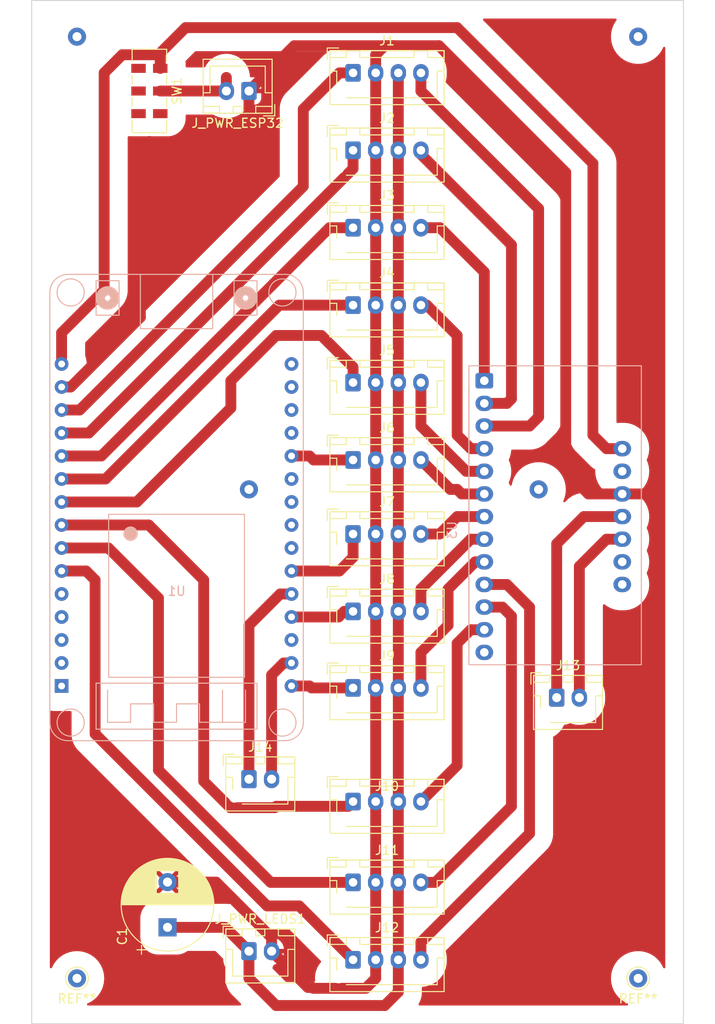
<source format=kicad_pcb>
(kicad_pcb (version 20211014) (generator pcbnew)
  (layers (0 "F.Cu" signal) (31 "B.Cu" signal) (34 "B.Paste" user) (35 "F.Paste" user) (36 "B.SilkS" user "B.Silkscreen") (37 "F.SilkS" user "F.Silkscreen") (38 "B.Mask" user) (39 "F.Mask" user) (44 "Edge.Cuts" user))
  (net 0 "")
  (net 5 "/LED_P3")
  (net 7 "/LED_P4")
  (net 8 "Net-(J_PWR_ESP32-Pad2)")
  (net 11 "+5V")
  (net 12 "GND")
  (net 13 "VCC")
  (net 23 "/SCL")
  (net 24 "/LED_P32")
  (net 25 "/LED_P33")
  (net 26 "/LED_P25")
  (net 27 "/LED_P26")
  (net 28 "/LED_P27")
  (net 29 "/LED_P14")
  (net 30 "/LED_P12")
  (net 31 "/LED_P13")
  (net 32 "/LED_P19")
  (net 33 "/SDA")
  (net 34 "/LED_P23")
  (net 38 "/TOUCH1")
  (net 39 "/TOUCH2")
  (net 40 "/TOUCH3")
  (net 41 "/TOUCH4")
  (net 42 "/TOUCH5")
  (net 43 "/TOUCH6")
  (net 44 "/TOUCH7")
  (net 45 "/TOUCH8")
  (net 46 "/TOUCH9")
  (net 47 "/TOUCH10")
  (net 48 "/TOUCH11")
  (net 49 "/TOUCH12")
  (footprint "Connector_Pin:Pin_D1.0mm_L10.0mm" (layer "F.Cu") (at 67.5 165.14)
    (fp_text reference "REF**" (at 0 2.25) (layer "F.SilkS"))
    (fp_text value "Pin_D1.0mm_L10.0mm")
    (pad "1" thru_hole circle (at 0 0) (size 2 2) (drill 1) (layers *.Cu *.Mask))
  )
  (footprint "Connector_JST:JST_XH_B4B-XH-AM_1x04_P2.50mm_Vertical" (layer "F.Cu") (at 98 133.065)
    (fp_text reference "J9" (at 3.75 -3.55) (layer "F.SilkS"))
    (fp_text value "Conn_01x04_Male")
    (pad "" np_thru_hole circle (at -1.6 2) (size 1.2 1.2) (drill 1.2) (layers *.Cu *.Mask))
    (pad "1" thru_hole roundrect (at 0 0) (size 1.7 1.95) (drill 0.95) (layers *.Cu *.Mask) (roundrect_rratio 0.1470588235) (net 34 "/LED_P23"))
    (pad "2" thru_hole oval (at 2.5 0) (size 1.7 1.95) (drill 0.95) (layers *.Cu *.Mask) (net 12 "GND"))
    (pad "3" thru_hole oval (at 5 0) (size 1.7 1.95) (drill 0.95) (layers *.Cu *.Mask) (net 11 "+5V"))
    (pad "4" thru_hole oval (at 7.5 0) (size 1.7 1.95) (drill 0.95) (layers *.Cu *.Mask) (net 46 "/TOUCH9"))
  )
  (footprint "Connector_JST:JST_XH_B4B-XH-AM_1x04_P2.50mm_Vertical" (layer "F.Cu") (at 98 116.065)
    (fp_text reference "J7" (at 3.75 -3.55) (layer "F.SilkS"))
    (fp_text value "Conn_01x04_Male")
    (pad "" np_thru_hole circle (at -1.6 2) (size 1.2 1.2) (drill 1.2) (layers *.Cu *.Mask))
    (pad "1" thru_hole roundrect (at 0 0) (size 1.7 1.95) (drill 0.95) (layers *.Cu *.Mask) (roundrect_rratio 0.1470588235) (net 32 "/LED_P19"))
    (pad "2" thru_hole oval (at 2.5 0) (size 1.7 1.95) (drill 0.95) (layers *.Cu *.Mask) (net 12 "GND"))
    (pad "3" thru_hole oval (at 5 0) (size 1.7 1.95) (drill 0.95) (layers *.Cu *.Mask) (net 11 "+5V"))
    (pad "4" thru_hole oval (at 7.5 0) (size 1.7 1.95) (drill 0.95) (layers *.Cu *.Mask) (net 44 "/TOUCH7"))
  )
  (footprint "Connector_JST:JST_XH_B2B-XH-AM_1x02_P2.50mm_Vertical" (layer "F.Cu") (at 120.5 134.14)
    (fp_text reference "J13" (at 1.25 -3.55) (layer "F.SilkS"))
    (fp_text value "SDA_SCL_BRIDGE")
    (pad "" np_thru_hole circle (at -1.6 2) (size 1.2 1.2) (drill 1.2) (layers *.Cu *.Mask))
    (pad "1" thru_hole roundrect (at 0 0) (size 1.7 2) (drill 1) (layers *.Cu *.Mask) (roundrect_rratio 0.1470588235) (net 33 "/SDA"))
    (pad "2" thru_hole oval (at 2.5 0) (size 1.7 2) (drill 1) (layers *.Cu *.Mask) (net 23 "/SCL"))
  )
  (footprint "Connector_JST:JST_XH_B4B-XH-AM_1x04_P2.50mm_Vertical" (layer "F.Cu") (at 98 65.14)
    (fp_text reference "J1" (at 3.75 -3.55) (layer "F.SilkS"))
    (fp_text value "Conn_01x04_Male")
    (pad "" np_thru_hole circle (at -1.6 2) (size 1.2 1.2) (drill 1.2) (layers *.Cu *.Mask))
    (pad "1" thru_hole roundrect (at 0 0) (size 1.7 1.95) (drill 0.95) (layers *.Cu *.Mask) (roundrect_rratio 0.1470588235) (net 31 "/LED_P13"))
    (pad "2" thru_hole oval (at 2.5 0) (size 1.7 1.95) (drill 0.95) (layers *.Cu *.Mask) (net 12 "GND"))
    (pad "3" thru_hole oval (at 5 0) (size 1.7 1.95) (drill 0.95) (layers *.Cu *.Mask) (net 11 "+5V"))
    (pad "4" thru_hole oval (at 7.5 0) (size 1.7 1.95) (drill 0.95) (layers *.Cu *.Mask) (net 40 "/TOUCH3"))
  )
  (footprint "Connector_JST:JST_XH_B4B-XH-AM_1x04_P2.50mm_Vertical" (layer "F.Cu") (at 98 73.69)
    (fp_text reference "J2" (at 3.75 -3.55) (layer "F.SilkS"))
    (fp_text value "Conn_01x04_Male")
    (pad "" np_thru_hole circle (at -1.6 2) (size 1.2 1.2) (drill 1.2) (layers *.Cu *.Mask))
    (pad "1" thru_hole roundrect (at 0 0) (size 1.7 1.95) (drill 0.95) (layers *.Cu *.Mask) (roundrect_rratio 0.1470588235) (net 30 "/LED_P12"))
    (pad "2" thru_hole oval (at 2.5 0) (size 1.7 1.95) (drill 0.95) (layers *.Cu *.Mask) (net 12 "GND"))
    (pad "3" thru_hole oval (at 5 0) (size 1.7 1.95) (drill 0.95) (layers *.Cu *.Mask) (net 11 "+5V"))
    (pad "4" thru_hole oval (at 7.5 0) (size 1.7 1.95) (drill 0.95) (layers *.Cu *.Mask) (net 39 "/TOUCH2"))
  )
  (footprint "" (layer "F.Cu") (at 86.5 111.14)
    (fp_text reference "" (at 0 0) (layer "F.SilkS") (effects (font (size 1.27 1.27))))
    (fp_text value "" (at 0 0) (layer "F.SilkS") (effects (font (size 1.27 1.27))))
    (pad "1" thru_hole circle (at 0 0) (size 2 2) (drill 1) (layers *.Cu *.Mask))
  )
  (footprint "Button_Switch_SMD:SW_DPDT_CK_JS202011JCQN" (layer "F.Cu") (at 75.5 67.14 -90)
    (fp_text reference "SW1" (at 0 -3.05 90) (layer "F.SilkS"))
    (fp_text value "SW_SPDT")
    (pad "1" smd rect (at -2.5 -1.2 270) (size 1 1.6) (layers "F.Cu" "F.Paste" "F.Mask") (net 13 "VCC"))
    (pad "2" smd rect (at 0 -1.2 270) (size 1 1.6) (layers "F.Cu" "F.Paste" "F.Mask") (net 8 "Net-(J_PWR_ESP32-Pad2)"))
    (pad "3" smd rect (at 2.5 -1.2 270) (size 1 1.6) (layers "F.Cu" "F.Paste" "F.Mask"))
    (pad "4" smd rect (at -2.5 1.2 270) (size 1 1.6) (layers "F.Cu" "F.Paste" "F.Mask"))
    (pad "5" smd rect (at 0 1.2 270) (size 1 1.6) (layers "F.Cu" "F.Paste" "F.Mask"))
    (pad "6" smd rect (at 2.5 1.2 270) (size 1 1.6) (layers "F.Cu" "F.Paste" "F.Mask"))
  )
  (footprint "Connector_JST:JST_XH_B4B-XH-AM_1x04_P2.50mm_Vertical" (layer "F.Cu") (at 98 145.615)
    (fp_text reference "J10" (at 3.75 -1.7) (layer "F.SilkS"))
    (fp_text value "Conn_01x04_Male")
    (pad "" np_thru_hole circle (at -1.6 2) (size 1.2 1.2) (drill 1.2) (layers *.Cu *.Mask))
    (pad "1" thru_hole roundrect (at 0 0) (size 1.7 1.95) (drill 0.95) (layers *.Cu *.Mask) (roundrect_rratio 0.1470588235) (net 26 "/LED_P25"))
    (pad "2" thru_hole oval (at 2.5 0) (size 1.7 1.95) (drill 0.95) (layers *.Cu *.Mask) (net 12 "GND"))
    (pad "3" thru_hole oval (at 5 0) (size 1.7 1.95) (drill 0.95) (layers *.Cu *.Mask) (net 11 "+5V"))
    (pad "4" thru_hole oval (at 7.5 0) (size 1.7 1.95) (drill 0.95) (layers *.Cu *.Mask) (net 49 "/TOUCH12"))
  )
  (footprint "Connector_JST:JST_XH_B4B-XH-AM_1x04_P2.50mm_Vertical" (layer "F.Cu") (at 98 154.54)
    (fp_text reference "J11" (at 3.75 -3.55) (layer "F.SilkS"))
    (fp_text value "Conn_01x04_Male")
    (pad "" np_thru_hole circle (at -1.6 2) (size 1.2 1.2) (drill 1.2) (layers *.Cu *.Mask))
    (pad "1" thru_hole roundrect (at 0 0) (size 1.7 1.95) (drill 0.95) (layers *.Cu *.Mask) (roundrect_rratio 0.1470588235) (net 25 "/LED_P33"))
    (pad "2" thru_hole oval (at 2.5 0) (size 1.7 1.95) (drill 0.95) (layers *.Cu *.Mask) (net 12 "GND"))
    (pad "3" thru_hole oval (at 5 0) (size 1.7 1.95) (drill 0.95) (layers *.Cu *.Mask) (net 11 "+5V"))
    (pad "4" thru_hole oval (at 7.5 0) (size 1.7 1.95) (drill 0.95) (layers *.Cu *.Mask) (net 48 "/TOUCH11"))
  )
  (footprint "" (layer "F.Cu") (at 118.5 111.14)
    (fp_text reference "" (at 0 0) (layer "F.SilkS") (effects (font (size 1.27 1.27))))
    (fp_text value "" (at 0 0) (layer "F.SilkS") (effects (font (size 1.27 1.27))))
    (pad "1" thru_hole circle (at 0 0) (size 2 2) (drill 1) (layers *.Cu *.Mask))
  )
  (footprint "" (layer "F.Cu") (at 67.5 61.14)
    (fp_text reference "" (at 0 0) (layer "F.SilkS") (effects (font (size 1.27 1.27))))
    (fp_text value "" (at 0 0) (layer "F.SilkS") (effects (font (size 1.27 1.27))))
    (pad "1" thru_hole circle (at 0 0) (size 2 2) (drill 1) (layers *.Cu *.Mask))
  )
  (footprint "Connector_JST:JST_XH_B4B-XH-AM_1x04_P2.50mm_Vertical" (layer "F.Cu") (at 98 124.615)
    (fp_text reference "J8" (at 3.75 -3.55) (layer "F.SilkS"))
    (fp_text value "Conn_01x04_Male")
    (pad "" np_thru_hole circle (at -1.6 2) (size 1.2 1.2) (drill 1.2) (layers *.Cu *.Mask))
    (pad "1" thru_hole roundrect (at 0 0) (size 1.7 1.95) (drill 0.95) (layers *.Cu *.Mask) (roundrect_rratio 0.1470588235) (net 5 "/LED_P3"))
    (pad "2" thru_hole oval (at 2.5 0) (size 1.7 1.95) (drill 0.95) (layers *.Cu *.Mask) (net 12 "GND"))
    (pad "3" thru_hole oval (at 5 0) (size 1.7 1.95) (drill 0.95) (layers *.Cu *.Mask) (net 11 "+5V"))
    (pad "4" thru_hole oval (at 7.5 0) (size 1.7 1.95) (drill 0.95) (layers *.Cu *.Mask) (net 45 "/TOUCH8"))
  )
  (footprint "Connector_JST:JST_XH_B2B-XH-A_1x02_P2.50mm_Vertical" (layer "F.Cu") (at 86.5 67.14 180)
    (fp_text reference "J_PWR_ESP32" (at 1.25 -3.55) (layer "F.SilkS"))
    (fp_text value "Conn_01x02_Male")
    (pad "1" thru_hole roundrect (at 0 0 180) (size 1.7 2) (drill 1) (layers *.Cu *.Mask) (roundrect_rratio 0.1470588235) (net 12 "GND"))
    (pad "2" thru_hole oval (at 2.5 0 180) (size 1.7 2) (drill 1) (layers *.Cu *.Mask) (net 8 "Net-(J_PWR_ESP32-Pad2)"))
  )
  (footprint "Capacitor_THT:CP_Radial_D10.0mm_P5.00mm" (layer "F.Cu") (at 77.5 159.507677 90)
    (fp_text reference "C1" (at -1 -5 90) (layer "F.SilkS"))
    (fp_text value "1000uF")
    (pad "1" thru_hole rect (at 0 0 90) (size 2 2) (drill 1) (layers *.Cu *.Mask) (net 11 "+5V"))
    (pad "2" thru_hole circle (at 5 0 90) (size 2 2) (drill 1) (layers *.Cu *.Mask) (net 12 "GND"))
  )
  (footprint "Connector_JST:JST_XH_B2B-XH-AM_1x02_P2.50mm_Vertical" (layer "F.Cu") (at 86.5 143.14)
    (fp_text reference "J14" (at 1.25 -3.55) (layer "F.SilkS"))
    (fp_text value "SDA_SCL_BRIDGE")
    (pad "" np_thru_hole circle (at -1.6 2) (size 1.2 1.2) (drill 1.2) (layers *.Cu *.Mask))
    (pad "1" thru_hole roundrect (at 0 0) (size 1.7 2) (drill 1) (layers *.Cu *.Mask) (roundrect_rratio 0.1470588235) (net 33 "/SDA"))
    (pad "2" thru_hole oval (at 2.5 0) (size 1.7 2) (drill 1) (layers *.Cu *.Mask) (net 23 "/SCL"))
  )
  (footprint "Connector_JST:JST_XH_B4B-XH-AM_1x04_P2.50mm_Vertical" (layer "F.Cu") (at 98 163.09)
    (fp_text reference "J12" (at 3.75 -3.55) (layer "F.SilkS"))
    (fp_text value "Conn_01x04_Male")
    (pad "" np_thru_hole circle (at -1.6 2) (size 1.2 1.2) (drill 1.2) (layers *.Cu *.Mask))
    (pad "1" thru_hole roundrect (at 0 0) (size 1.7 1.95) (drill 0.95) (layers *.Cu *.Mask) (roundrect_rratio 0.1470588235) (net 24 "/LED_P32"))
    (pad "2" thru_hole oval (at 2.5 0) (size 1.7 1.95) (drill 0.95) (layers *.Cu *.Mask) (net 12 "GND"))
    (pad "3" thru_hole oval (at 5 0) (size 1.7 1.95) (drill 0.95) (layers *.Cu *.Mask) (net 11 "+5V"))
    (pad "4" thru_hole oval (at 7.5 0) (size 1.7 1.95) (drill 0.95) (layers *.Cu *.Mask) (net 47 "/TOUCH10"))
  )
  (footprint "Connector_JST:JST_XH_B4B-XH-AM_1x04_P2.50mm_Vertical" (layer "F.Cu") (at 98 90.79)
    (fp_text reference "J4" (at 3.75 -3.55) (layer "F.SilkS"))
    (fp_text value "Conn_01x04_Male")
    (pad "" np_thru_hole circle (at -1.6 2) (size 1.2 1.2) (drill 1.2) (layers *.Cu *.Mask))
    (pad "1" thru_hole roundrect (at 0 0) (size 1.7 1.95) (drill 0.95) (layers *.Cu *.Mask) (roundrect_rratio 0.1470588235) (net 28 "/LED_P27"))
    (pad "2" thru_hole oval (at 2.5 0) (size 1.7 1.95) (drill 0.95) (layers *.Cu *.Mask) (net 12 "GND"))
    (pad "3" thru_hole oval (at 5 0) (size 1.7 1.95) (drill 0.95) (layers *.Cu *.Mask) (net 11 "+5V"))
    (pad "4" thru_hole oval (at 7.5 0) (size 1.7 1.95) (drill 0.95) (layers *.Cu *.Mask) (net 41 "/TOUCH4"))
  )
  (footprint "Connector_Pin:Pin_D1.0mm_L10.0mm" (layer "F.Cu") (at 129.5 165.14)
    (fp_text reference "REF**" (at 0 2.25) (layer "F.SilkS"))
    (fp_text value "Pin_D1.0mm_L10.0mm")
    (pad "1" thru_hole circle (at 0 0) (size 2 2) (drill 1) (layers *.Cu *.Mask))
  )
  (footprint "" (layer "F.Cu") (at 129.5 61.14)
    (fp_text reference "" (at 0 0) (layer "F.SilkS") (effects (font (size 1.27 1.27))))
    (fp_text value "" (at 0 0) (layer "F.SilkS") (effects (font (size 1.27 1.27))))
    (pad "1" thru_hole circle (at 0 0) (size 2 2) (drill 1) (layers *.Cu *.Mask))
  )
  (footprint "Connector_JST:JST_XH_B4B-XH-AM_1x04_P2.50mm_Vertical" (layer "F.Cu") (at 98 99.34)
    (fp_text reference "J5" (at 3.75 -3.55) (layer "F.SilkS"))
    (fp_text value "Conn_01x04_Male")
    (pad "" np_thru_hole circle (at -1.6 2) (size 1.2 1.2) (drill 1.2) (layers *.Cu *.Mask))
    (pad "1" thru_hole roundrect (at 0 0) (size 1.7 1.95) (drill 0.95) (layers *.Cu *.Mask) (roundrect_rratio 0.1470588235) (net 27 "/LED_P26"))
    (pad "2" thru_hole oval (at 2.5 0) (size 1.7 1.95) (drill 0.95) (layers *.Cu *.Mask) (net 12 "GND"))
    (pad "3" thru_hole oval (at 5 0) (size 1.7 1.95) (drill 0.95) (layers *.Cu *.Mask) (net 11 "+5V"))
    (pad "4" thru_hole oval (at 7.5 0) (size 1.7 1.95) (drill 0.95) (layers *.Cu *.Mask) (net 42 "/TOUCH5"))
  )
  (footprint "Connector_JST:JST_XH_B4B-XH-AM_1x04_P2.50mm_Vertical" (layer "F.Cu") (at 98 107.89)
    (fp_text reference "J6" (at 3.75 -3.55) (layer "F.SilkS"))
    (fp_text value "Conn_01x04_Male")
    (pad "" np_thru_hole circle (at -1.6 2) (size 1.2 1.2) (drill 1.2) (layers *.Cu *.Mask))
    (pad "1" thru_hole roundrect (at 0 0) (size 1.7 1.95) (drill 0.95) (layers *.Cu *.Mask) (roundrect_rratio 0.1470588235) (net 7 "/LED_P4"))
    (pad "2" thru_hole oval (at 2.5 0) (size 1.7 1.95) (drill 0.95) (layers *.Cu *.Mask) (net 12 "GND"))
    (pad "3" thru_hole oval (at 5 0) (size 1.7 1.95) (drill 0.95) (layers *.Cu *.Mask) (net 11 "+5V"))
    (pad "4" thru_hole oval (at 7.5 0) (size 1.7 1.95) (drill 0.95) (layers *.Cu *.Mask) (net 43 "/TOUCH6"))
  )
  (footprint "Connector_JST:JST_XH_B4B-XH-AM_1x04_P2.50mm_Vertical" (layer "F.Cu") (at 98 82.24)
    (fp_text reference "J3" (at 3.75 -3.55) (layer "F.SilkS"))
    (fp_text value "Conn_01x04_Male")
    (pad "" np_thru_hole circle (at -1.6 2) (size 1.2 1.2) (drill 1.2) (layers *.Cu *.Mask))
    (pad "1" thru_hole roundrect (at 0 0) (size 1.7 1.95) (drill 0.95) (layers *.Cu *.Mask) (roundrect_rratio 0.1470588235) (net 29 "/LED_P14"))
    (pad "2" thru_hole oval (at 2.5 0) (size 1.7 1.95) (drill 0.95) (layers *.Cu *.Mask) (net 12 "GND"))
    (pad "3" thru_hole oval (at 5 0) (size 1.7 1.95) (drill 0.95) (layers *.Cu *.Mask) (net 11 "+5V"))
    (pad "4" thru_hole oval (at 7.5 0) (size 1.7 1.95) (drill 0.95) (layers *.Cu *.Mask) (net 38 "/TOUCH1"))
  )
  (footprint "Connector_JST:JST_XH_B2B-XH-A_1x02_P2.50mm_Vertical" (layer "F.Cu") (at 86.5 162.14)
    (fp_text reference "J_PWR_LEDS1" (at 1.25 -3.55) (layer "F.SilkS"))
    (fp_text value "Conn_01x02_Male")
    (pad "1" thru_hole roundrect (at 0 0) (size 1.7 2) (drill 1) (layers *.Cu *.Mask) (roundrect_rratio 0.1470588235) (net 11 "+5V"))
    (pad "2" thru_hole oval (at 2.5 0) (size 1.7 2) (drill 1) (layers *.Cu *.Mask) (net 12 "GND"))
  )
  (footprint "mpr121_test-3:custom-mpr121" (layer "B.Cu") (at 112.5 99.14 -90)
    (fp_text reference "U3" (at 16.5 3.55 90) (layer "B.SilkS") (effects (justify mirror)))
    (fp_text value "MPR121QR2")
    (pad "1" thru_hole oval (at 20 -15.24 270) (size 1.7 1.95) (drill 0.95) (layers *.Cu *.Mask))
    (pad "2" thru_hole oval (at 17.5 -15.24 270) (size 1.7 1.95) (drill 0.95) (layers *.Cu *.Mask) (net 23 "/SCL"))
    (pad "3" thru_hole oval (at 15 -15.24 270) (size 1.7 1.95) (drill 0.95) (layers *.Cu *.Mask) (net 33 "/SDA"))
    (pad "4" thru_hole oval (at 22.5 -15.24 270) (size 1.7 1.95) (drill 0.95) (layers *.Cu *.Mask))
    (pad "5" thru_hole oval (at 10 -15.24 270) (size 1.7 1.95) (drill 0.95) (layers *.Cu *.Mask))
    (pad "6" thru_hole oval (at 12.5 -15.24 270) (size 1.7 1.95) (drill 0.95) (layers *.Cu *.Mask) (net 12 "GND"))
    (pad "7" thru_hole oval (at 30 0 270) (size 1.7 1.95) (drill 0.95) (layers *.Cu *.Mask))
    (pad "8" thru_hole roundrect (at 0 0 270) (size 1.7 1.95) (drill 0.95) (layers *.Cu *.Mask) (roundrect_rratio 0.1470588235) (net 38 "/TOUCH1"))
    (pad "9" thru_hole oval (at 2.5 0 270) (size 1.7 1.95) (drill 0.95) (layers *.Cu *.Mask) (net 39 "/TOUCH2"))
    (pad "10" thru_hole oval (at 5 0 270) (size 1.7 1.95) (drill 0.95) (layers *.Cu *.Mask) (net 40 "/TOUCH3"))
    (pad "11" thru_hole oval (at 7.5 0 270) (size 1.7 1.95) (drill 0.95) (layers *.Cu *.Mask) (net 41 "/TOUCH4"))
    (pad "12" thru_hole oval (at 10 0 270) (size 1.7 1.95) (drill 0.95) (layers *.Cu *.Mask) (net 42 "/TOUCH5"))
    (pad "13" thru_hole oval (at 12.5 0 270) (size 1.7 1.95) (drill 0.95) (layers *.Cu *.Mask) (net 43 "/TOUCH6"))
    (pad "14" thru_hole oval (at 15 0 270) (size 1.7 1.95) (drill 0.95) (layers *.Cu *.Mask) (net 44 "/TOUCH7"))
    (pad "15" thru_hole oval (at 17.5 0 270) (size 1.7 1.95) (drill 0.95) (layers *.Cu *.Mask) (net 45 "/TOUCH8"))
    (pad "16" thru_hole oval (at 20 0 270) (size 1.7 1.95) (drill 0.95) (layers *.Cu *.Mask) (net 46 "/TOUCH9"))
    (pad "17" thru_hole oval (at 22.5 0 270) (size 1.7 1.95) (drill 0.95) (layers *.Cu *.Mask) (net 47 "/TOUCH10"))
    (pad "18" thru_hole oval (at 25 0 270) (size 1.7 1.95) (drill 0.95) (layers *.Cu *.Mask) (net 48 "/TOUCH11"))
    (pad "19" thru_hole oval (at 27.5 0 270) (size 1.7 1.95) (drill 0.95) (layers *.Cu *.Mask) (net 49 "/TOUCH12"))
    (pad "20" thru_hole oval (at 7.5 -15.24 270) (size 1.7 1.95) (drill 0.95) (layers *.Cu *.Mask) (net 13 "VCC"))
  )
  (footprint "ESP32_devkit_v1:esp32_devkit_v1_doit" (layer "B.Cu") (at 78.5 132.85)
    (fp_text reference "U1" (at 0 -10.47) (layer "B.SilkS") (effects (justify mirror)))
    (fp_text value "ESP32_DevKit_V1_DOIT_MAIN_CONTROLLER")
    (pad "1" thru_hole rect locked (at -12.7 0) (size 1.524 1.524) (drill 0.762) (layers *.Cu *.Mask))
    (pad "2" thru_hole circle locked (at -12.7 -2.54) (size 1.524 1.524) (drill 0.762) (layers *.Cu *.Mask))
    (pad "3" thru_hole circle locked (at -12.7 -5.08) (size 1.524 1.524) (drill 0.762) (layers *.Cu *.Mask))
    (pad "4" thru_hole circle locked (at -12.7 -7.62) (size 1.524 1.524) (drill 0.762) (layers *.Cu *.Mask))
    (pad "5" thru_hole circle locked (at -12.7 -10.16) (size 1.524 1.524) (drill 0.762) (layers *.Cu *.Mask))
    (pad "6" thru_hole circle locked (at -12.7 -12.7) (size 1.524 1.524) (drill 0.762) (layers *.Cu *.Mask) (net 24 "/LED_P32"))
    (pad "7" thru_hole circle locked (at -12.7 -15.24) (size 1.524 1.524) (drill 0.762) (layers *.Cu *.Mask) (net 25 "/LED_P33"))
    (pad "8" thru_hole circle locked (at -12.7 -17.78) (size 1.524 1.524) (drill 0.762) (layers *.Cu *.Mask) (net 26 "/LED_P25"))
    (pad "9" thru_hole circle locked (at -12.7 -20.32) (size 1.524 1.524) (drill 0.762) (layers *.Cu *.Mask) (net 27 "/LED_P26"))
    (pad "10" thru_hole circle locked (at -12.7 -22.86) (size 1.524 1.524) (drill 0.762) (layers *.Cu *.Mask) (net 28 "/LED_P27"))
    (pad "11" thru_hole circle locked (at -12.7 -25.4) (size 1.524 1.524) (drill 0.762) (layers *.Cu *.Mask) (net 29 "/LED_P14"))
    (pad "12" thru_hole circle locked (at -12.7 -27.94) (size 1.524 1.524) (drill 0.762) (layers *.Cu *.Mask) (net 30 "/LED_P12"))
    (pad "13" thru_hole circle locked (at -12.7 -30.48) (size 1.524 1.524) (drill 0.762) (layers *.Cu *.Mask) (net 31 "/LED_P13"))
    (pad "14" thru_hole circle locked (at -12.7 -33.02) (size 1.524 1.524) (drill 0.762) (layers *.Cu *.Mask) (net 12 "GND"))
    (pad "15" thru_hole circle locked (at -12.7 -35.56) (size 1.524 1.524) (drill 0.762) (layers *.Cu *.Mask) (net 13 "VCC"))
    (pad "16" thru_hole circle locked (at 12.7 -35.56) (size 1.524 1.524) (drill 0.762) (layers *.Cu *.Mask))
    (pad "17" thru_hole circle locked (at 12.7 -33.02) (size 1.524 1.524) (drill 0.762) (layers *.Cu *.Mask))
    (pad "18" thru_hole circle locked (at 12.7 -30.48) (size 1.524 1.524) (drill 0.762) (layers *.Cu *.Mask))
    (pad "19" thru_hole circle locked (at 12.7 -27.94) (size 1.524 1.524) (drill 0.762) (layers *.Cu *.Mask))
    (pad "20" thru_hole circle locked (at 12.7 -25.4) (size 1.524 1.524) (drill 0.762) (layers *.Cu *.Mask) (net 7 "/LED_P4"))
    (pad "21" thru_hole circle locked (at 12.7 -22.86) (size 1.524 1.524) (drill 0.762) (layers *.Cu *.Mask))
    (pad "22" thru_hole circle locked (at 12.7 -20.32) (size 1.524 1.524) (drill 0.762) (layers *.Cu *.Mask))
    (pad "23" thru_hole circle locked (at 12.7 -17.78) (size 1.524 1.524) (drill 0.762) (layers *.Cu *.Mask))
    (pad "24" thru_hole circle locked (at 12.7 -15.24) (size 1.524 1.524) (drill 0.762) (layers *.Cu *.Mask))
    (pad "25" thru_hole circle locked (at 12.7 -12.7) (size 1.524 1.524) (drill 0.762) (layers *.Cu *.Mask) (net 32 "/LED_P19"))
    (pad "26" thru_hole circle locked (at 12.7 -10.16) (size 1.524 1.524) (drill 0.762) (layers *.Cu *.Mask) (net 33 "/SDA"))
    (pad "27" thru_hole circle locked (at 12.7 -7.62) (size 1.524 1.524) (drill 0.762) (layers *.Cu *.Mask) (net 5 "/LED_P3"))
    (pad "28" thru_hole circle locked (at 12.7 -5.08) (size 1.524 1.524) (drill 0.762) (layers *.Cu *.Mask))
    (pad "29" thru_hole circle locked (at 12.7 -2.54) (size 1.524 1.524) (drill 0.762) (layers *.Cu *.Mask) (net 23 "/SCL"))
    (pad "30" thru_hole circle locked (at 12.7 0) (size 1.524 1.524) (drill 0.762) (layers *.Cu *.Mask) (net 34 "/LED_P23"))
  )
  (gr_rect (start 62.5 57.14) (end 134.5 170.14) (layer "Edge.Cuts") (width 0.1) (fill none))
  (segment (start 96.41 125.23) (end 97.025 124.615) (width 1.2) (layer "F.Cu") (net 5))
  (segment (start 97.025 124.615) (end 98 124.615) (width 1.2) (layer "F.Cu") (net 5))
  (segment (start 91.2 125.23) (end 96.41 125.23) (width 1.2) (layer "F.Cu") (net 5))
  (segment (start 98 107.89) (end 93.64 107.89) (width 1.2) (layer "F.Cu") (net 7))
  (segment (start 91.2 107.45) (end 93.2 107.45) (width 1.2) (layer "F.Cu") (net 7))
  (segment (start 93.64 107.89) (end 93.2 107.45) (width 1.2) (layer "F.Cu") (net 7))
  (segment (start 84 67.14) (end 84 65.64) (width 1.2) (layer "F.Cu") (net 8))
  (segment (start 84 67.14) (end 76.7 67.14) (width 1.2) (layer "F.Cu") (net 8))
  (segment (start 89.5 168.14) (end 101.5 168.14) (width 1.2) (layer "F.Cu") (net 11))
  (segment (start 103 163.09) (end 103 65.14) (width 1.2) (layer "F.Cu") (net 11))
  (segment (start 86.5 162.14) (end 86.5 165.14) (width 1.2) (layer "F.Cu") (net 11))
  (segment (start 86.5 162.14) (end 83.867677 159.507677) (width 1.2) (layer "F.Cu") (net 11))
  (segment (start 83.867677 159.507677) (end 77.5 159.507677) (width 1.2) (layer "F.Cu") (net 11))
  (segment (start 86.5 165.14) (end 89.5 168.14) (width 1.2) (layer "F.Cu") (net 11))
  (segment (start 103 166.64) (end 103 163.09) (width 1.2) (layer "F.Cu") (net 11))
  (segment (start 101.5 168.14) (end 103 166.64) (width 1.2) (layer "F.Cu") (net 11))
  (segment (start 101.5 62.14) (end 100.5 63.14) (width 1.2) (layer "F.Cu") (net 12))
  (segment (start 86.5 71.14) (end 86.5 67.14) (width 1.2) (layer "F.Cu") (net 12))
  (segment (start 121.5 109.14) (end 124 111.64) (width 1.2) (layer "F.Cu") (net 12))
  (segment (start 99.400479 166.239521) (end 100.5 165.14) (width 1.2) (layer "F.Cu") (net 12))
  (segment (start 102.5 62.14) (end 107.5 62.14) (width 1.2) (layer "F.Cu") (net 12))
  (segment (start 89 162.14) (end 93 166.14) (width 1.2) (layer "F.Cu") (net 12))
  (segment (start 74.5 83.14) (end 86.5 71.14) (width 1.2) (layer "F.Cu") (net 12))
  (segment (start 100.5 65.14) (end 100.5 163.09) (width 1.2) (layer "F.Cu") (net 12))
  (segment (start 93.599521 166.239521) (end 99.400479 166.239521) (width 1.2) (layer "F.Cu") (net 12))
  (segment (start 100.5 63.14) (end 100.5 65.14) (width 1.2) (layer "F.Cu") (net 12))
  (segment (start 65.8 99.83) (end 66.805 99.83) (width 1.2) (layer "F.Cu") (net 12))
  (segment (start 100.5 165.14) (end 100.5 163.09) (width 1.2) (layer "F.Cu") (net 12))
  (segment (start 107.5 62.14) (end 121.5 76.14) (width 1.2) (layer "F.Cu") (net 12))
  (segment (start 121.5 76.14) (end 121.5 109.14) (width 1.2) (layer "F.Cu") (net 12))
  (segment (start 102.5 62.14) (end 101.5 62.14) (width 1.2) (layer "F.Cu") (net 12))
  (segment (start 91.5 62.14) (end 102.5 62.14) (width 1.2) (layer "F.Cu") (net 12))
  (segment (start 74.5 92.135) (end 74.5 83.14) (width 1.2) (layer "F.Cu") (net 12))
  (segment (start 77.5 154.507677) (end 82.867677 154.507677) (width 1.2) (layer "F.Cu") (net 12))
  (segment (start 93.5 166.14) (end 93.599521 166.239521) (width 1.2) (layer "F.Cu") (net 12))
  (segment (start 124 111.64) (end 127.74 111.64) (width 1.2) (layer "F.Cu") (net 12))
  (segment (start 131 111.64) (end 131.5 112.14) (width 1.2) (layer "F.Cu") (net 12))
  (segment (start 89 160.64) (end 89 162.14) (width 1.2) (layer "F.Cu") (net 12))
  (segment (start 131.5 112.14) (end 131.5 137.14) (width 1.2) (layer "F.Cu") (net 12))
  (segment (start 82.867677 154.507677) (end 89 160.64) (width 1.2) (layer "F.Cu") (net 12))
  (segment (start 66.805 99.83) (end 74.5 92.135) (width 1.2) (layer "F.Cu") (net 12))
  (segment (start 93 166.14) (end 93.5 166.14) (width 1.2) (layer "F.Cu") (net 12))
  (segment (start 86.5 67.14) (end 91.5 62.14) (width 1.2) (layer "F.Cu") (net 12))
  (segment (start 127.74 111.64) (end 131 111.64) (width 1.2) (layer "F.Cu") (net 12))
  (segment (start 131.5 137.14) (end 121.5 147.14) (width 1.2) (layer "F.Cu") (net 12))
  (segment (start 70.5 65.14) (end 70.5 89.14) (width 1.2) (layer "F.Cu") (net 13))
  (segment (start 72.5 63.14) (end 70.5 65.14) (width 1.2) (layer "F.Cu") (net 13))
  (segment (start 126 106.64) (end 127.74 106.64) (width 1.2) (layer "F.Cu") (net 13))
  (segment (start 76.7 62.94) (end 79.5 60.14) (width 1.2) (layer "F.Cu") (net 13))
  (segment (start 124.5 105.14) (end 126 106.64) (width 1.2) (layer "F.Cu") (net 13))
  (segment (start 76.7 64.64) (end 76.7 62.94) (width 1.2) (layer "F.Cu") (net 13))
  (segment (start 79.5 60.14) (end 109.5 60.14) (width 1.2) (layer "F.Cu") (net 13))
  (segment (start 65.8 93.84) (end 65.8 97.29) (width 1.2) (layer "F.Cu") (net 13))
  (segment (start 76.7 64.64) (end 76.7 63.34) (width 1.2) (layer "F.Cu") (net 13))
  (segment (start 76.7 63.34) (end 76.5 63.14) (width 1.2) (layer "F.Cu") (net 13))
  (segment (start 76.5 63.14) (end 72.5 63.14) (width 1.2) (layer "F.Cu") (net 13))
  (segment (start 124.5 75.14) (end 124.5 105.14) (width 1.2) (layer "F.Cu") (net 13))
  (segment (start 109.5 60.14) (end 124.5 75.14) (width 1.2) (layer "F.Cu") (net 13))
  (segment (start 70.5 89.14) (end 65.8 93.84) (width 1.2) (layer "F.Cu") (net 13))
  (segment (start 89 143.14) (end 89 131.64) (width 1.2) (layer "F.Cu") (net 23))
  (segment (start 123 134.14) (end 123 119.64) (width 1.2) (layer "F.Cu") (net 23))
  (segment (start 126 116.64) (end 127.74 116.64) (width 1.2) (layer "F.Cu") (net 23))
  (segment (start 123 119.64) (end 126 116.64) (width 1.2) (layer "F.Cu") (net 23))
  (segment (start 90.33 130.31) (end 91.33 130.31) (width 1.2) (layer "F.Cu") (net 23))
  (segment (start 89 131.64) (end 90.33 130.31) (width 1.2) (layer "F.Cu") (net 23))
  (segment (start 97.95 163.14) (end 98 163.09) (width 1.2) (layer "F.Cu") (net 24))
  (segment (start 88.5 157.14) (end 69.5 138.14) (width 1.2) (layer "F.Cu") (net 24))
  (segment (start 69.5 138.14) (end 69.5 121.14) (width 1.2) (layer "F.Cu") (net 24))
  (segment (start 68.51 120.15) (end 65.8 120.15) (width 1.2) (layer "F.Cu") (net 24))
  (segment (start 98 163.09) (end 92.05 157.14) (width 1.2) (layer "F.Cu") (net 24))
  (segment (start 69.5 121.14) (end 68.51 120.15) (width 1.2) (layer "F.Cu") (net 24))
  (segment (start 92.05 157.14) (end 88.5 157.14) (width 1.2) (layer "F.Cu") (net 24))
  (segment (start 76.5 142.14) (end 76.5 123.14) (width 1.2) (layer "F.Cu") (net 25))
  (segment (start 88.9 154.54) (end 76.5 142.14) (width 1.2) (layer "F.Cu") (net 25))
  (segment (start 76.5 123.14) (end 70.97 117.61) (width 1.2) (layer "F.Cu") (net 25))
  (segment (start 70.97 117.61) (end 65.8 117.61) (width 1.2) (layer "F.Cu") (net 25))
  (segment (start 98 154.54) (end 88.9 154.54) (width 1.2) (layer "F.Cu") (net 25))
  (segment (start 81.5 121.14) (end 75.43 115.07) (width 1.2) (layer "F.Cu") (net 26))
  (segment (start 89.5 146.14) (end 89.350479 146.289521) (width 1.2) (layer "F.Cu") (net 26))
  (segment (start 84.423852 146.289521) (end 81.5 143.365669) (width 1.2) (layer "F.Cu") (net 26))
  (segment (start 81.5 143.365669) (end 81.5 121.14) (width 1.2) (layer "F.Cu") (net 26))
  (segment (start 89.350479 146.289521) (end 84.423852 146.289521) (width 1.2) (layer "F.Cu") (net 26))
  (segment (start 97.475 146.14) (end 89.5 146.14) (width 1.2) (layer "F.Cu") (net 26))
  (segment (start 98 145.615) (end 97.475 146.14) (width 1.2) (layer "F.Cu") (net 26))
  (segment (start 75.43 115.07) (end 65.8 115.07) (width 1.2) (layer "F.Cu") (net 26))
  (segment (start 84.5 102.14) (end 84.5 99.14) (width 1.2) (layer "F.Cu") (net 27))
  (segment (start 74.11 112.53) (end 84.5 102.14) (width 1.2) (layer "F.Cu") (net 27))
  (segment (start 89.5 94.14) (end 94.5 94.14) (width 1.2) (layer "F.Cu") (net 27))
  (segment (start 84.5 99.14) (end 89.5 94.14) (width 1.2) (layer "F.Cu") (net 27))
  (segment (start 65.8 112.53) (end 74.11 112.53) (width 1.2) (layer "F.Cu") (net 27))
  (segment (start 98 97.64) (end 98 99.34) (width 1.2) (layer "F.Cu") (net 27))
  (segment (start 94.5 94.14) (end 98 97.64) (width 1.2) (layer "F.Cu") (net 27))
  (segment (start 89.85 90.79) (end 98 90.79) (width 1.2) (layer "F.Cu") (net 28))
  (segment (start 70.65 109.99) (end 89.85 90.79) (width 1.2) (layer "F.Cu") (net 28))
  (segment (start 65.8 109.99) (end 70.65 109.99) (width 1.2) (layer "F.Cu") (net 28))
  (segment (start 95.4 82.24) (end 98 82.24) (width 1.2) (layer "F.Cu") (net 29))
  (segment (start 65.8 107.45) (end 70.19 107.45) (width 1.2) (layer "F.Cu") (net 29))
  (segment (start 70.19 107.45) (end 95.4 82.24) (width 1.2) (layer "F.Cu") (net 29))
  (segment (start 68.805669 104.91) (end 98 75.715669) (width 1.2) (layer "F.Cu") (net 30))
  (segment (start 98 75.715669) (end 98 73.69) (width 1.2) (layer "F.Cu") (net 30))
  (segment (start 65.8 104.91) (end 68.805669 104.91) (width 1.2) (layer "F.Cu") (net 30))
  (segment (start 98 65.14) (end 96.5 65.14) (width 1.2) (layer "F.Cu") (net 31))
  (segment (start 92.5 77.67) (end 67.8 102.37) (width 1.2) (layer "F.Cu") (net 31))
  (segment (start 96.5 65.14) (end 92.5 69.14) (width 1.2) (layer "F.Cu") (net 31))
  (segment (start 92.5 69.14) (end 92.5 77.67) (width 1.2) (layer "F.Cu") (net 31))
  (segment (start 65.8 102.37) (end 67.8 102.37) (width 1.2) (layer "F.Cu") (net 31))
  (segment (start 97.733489 116.331511) (end 98 116.065) (width 1.2) (layer "F.Cu") (net 32))
  (segment (start 98 118.64) (end 98 116.065) (width 1.2) (layer "F.Cu") (net 32))
  (segment (start 91.2 120.15) (end 96.49 120.15) (width 1.2) (layer "F.Cu") (net 32))
  (segment (start 96.49 120.15) (end 98 118.64) (width 1.2) (layer "F.Cu") (net 32))
  (segment (start 123.5 114.14) (end 127.74 114.14) (width 1.2) (layer "F.Cu") (net 33))
  (segment (start 86.5 126.14) (end 86.5 143.14) (width 1.2) (layer "F.Cu") (net 33))
  (segment (start 91.2 122.69) (end 89.95 122.69) (width 1.2) (layer "F.Cu") (net 33))
  (segment (start 120.5 117.14) (end 123.5 114.14) (width 1.2) (layer "F.Cu") (net 33))
  (segment (start 120.5 117.14) (end 120.5 134.14) (width 1.2) (layer "F.Cu") (net 33))
  (segment (start 89.95 122.69) (end 86.5 126.14) (width 1.2) (layer "F.Cu") (net 33))
  (segment (start 93.2 132.85) (end 91.2 132.85) (width 1.2) (layer "F.Cu") (net 34))
  (segment (start 93.415 133.065) (end 93.2 132.85) (width 1.2) (layer "F.Cu") (net 34))
  (segment (start 98 133.065) (end 93.415 133.065) (width 1.2) (layer "F.Cu") (net 34))
  (segment (start 105.5 82.24) (end 107.6 82.24) (width 1.2) (layer "F.Cu") (net 38))
  (segment (start 107.6 82.24) (end 112.5 87.14) (width 1.2) (layer "F.Cu") (net 38))
  (segment (start 112.5 87.14) (end 112.5 99.14) (width 1.2) (layer "F.Cu") (net 38))
  (segment (start 115.5 101.14) (end 115 101.64) (width 1.2) (layer "F.Cu") (net 39))
  (segment (start 105.5 73.69) (end 105.5 74.14) (width 1.2) (layer "F.Cu") (net 39))
  (segment (start 105.5 74.14) (end 115.5 84.14) (width 1.2) (layer "F.Cu") (net 39))
  (segment (start 115 101.64) (end 112.5 101.64) (width 1.2) (layer "F.Cu") (net 39))
  (segment (start 115.5 84.14) (end 115.5 101.14) (width 1.2) (layer "F.Cu") (net 39))
  (segment (start 118.5 103.14) (end 118.5 80.14) (width 1.2) (layer "F.Cu") (net 40))
  (segment (start 105.5 67.14) (end 105.5 65.14) (width 1.2) (layer "F.Cu") (net 40))
  (segment (start 112.5 104.14) (end 117.5 104.14) (width 1.2) (layer "F.Cu") (net 40))
  (segment (start 118.5 80.14) (end 105.5 67.14) (width 1.2) (layer "F.Cu") (net 40))
  (segment (start 117.5 104.14) (end 118.5 103.14) (width 1.2) (layer "F.Cu") (net 40))
  (segment (start 105.5 90.79) (end 106.15 90.79) (width 1.2) (layer "F.Cu") (net 41))
  (segment (start 111 106.64) (end 112.5 106.64) (width 1.2) (layer "F.Cu") (net 41))
  (segment (start 106.15 90.79) (end 109.5 94.14) (width 1.2) (layer "F.Cu") (net 41))
  (segment (start 109.5 94.14) (end 109.5 105.14) (width 1.2) (layer "F.Cu") (net 41))
  (segment (start 109.5 105.14) (end 111 106.64) (width 1.2) (layer "F.Cu") (net 41))
  (segment (start 105.5 99.34) (end 105.5 104.14) (width 1.2) (layer "F.Cu") (net 42))
  (segment (start 110.5 109.14) (end 112.5 109.14) (width 1.2) (layer "F.Cu") (net 42))
  (segment (start 105.5 104.14) (end 110.5 109.14) (width 1.2) (layer "F.Cu") (net 42))
  (segment (start 109.5 111.14) (end 110 111.64) (width 1.2) (layer "F.Cu") (net 43))
  (segment (start 108.75 111.14) (end 109.5 111.14) (width 1.2) (layer "F.Cu") (net 43))
  (segment (start 110 111.64) (end 112.5 111.64) (width 1.2) (layer "F.Cu") (net 43))
  (segment (start 105.5 107.89) (end 108.75 111.14) (width 1.2) (layer "F.Cu") (net 43))
  (segment (start 105.5 116.065) (end 107.575 116.065) (width 1.2) (layer "F.Cu") (net 44))
  (segment (start 109.5 114.14) (end 112.5 114.14) (width 1.2) (layer "F.Cu") (net 44))
  (segment (start 107.575 116.065) (end 109.5 114.14) (width 1.2) (layer "F.Cu") (net 44))
  (segment (start 105.5 122.14) (end 111 116.64) (width 1.2) (layer "F.Cu") (net 45))
  (segment (start 105.5 124.615) (end 105.5 122.14) (width 1.2) (layer "F.Cu") (net 45))
  (segment (start 111 116.64) (end 112.5 116.64) (width 1.2) (layer "F.Cu") (net 45))
  (segment (start 105.5 133.065) (end 105.5 129.14) (width 1.2) (layer "F.Cu") (net 46))
  (segment (start 111.5 119.14) (end 112.5 119.14) (width 1.2) (layer "F.Cu") (net 46))
  (segment (start 105.5 129.14) (end 108.5 126.14) (width 1.2) (layer "F.Cu") (net 46))
  (segment (start 108.5 126.14) (end 108.5 122.14) (width 1.2) (layer "F.Cu") (net 46))
  (segment (start 108.5 122.14) (end 111.5 119.14) (width 1.2) (layer "F.Cu") (net 46))
  (segment (start 105.5 163.09) (end 105.5 161.14) (width 1.2) (layer "F.Cu") (net 47))
  (segment (start 115 121.64) (end 112.5 121.64) (width 1.2) (layer "F.Cu") (net 47))
  (segment (start 117.5 124.14) (end 115 121.64) (width 1.2) (layer "F.Cu") (net 47))
  (segment (start 105.5 161.14) (end 117.5 149.14) (width 1.2) (layer "F.Cu") (net 47))
  (segment (start 117.5 149.14) (end 117.5 124.14) (width 1.2) (layer "F.Cu") (net 47))
  (segment (start 105.5 154.54) (end 107.1 154.54) (width 1.2) (layer "F.Cu") (net 48))
  (segment (start 114.5 124.14) (end 112.5 124.14) (width 1.2) (layer "F.Cu") (net 48))
  (segment (start 115.5 146.14) (end 115.5 125.14) (width 1.2) (layer "F.Cu") (net 48))
  (segment (start 107.1 154.54) (end 115.5 146.14) (width 1.2) (layer "F.Cu") (net 48))
  (segment (start 115.5 125.14) (end 114.5 124.14) (width 1.2) (layer "F.Cu") (net 48))
  (segment (start 111 126.64) (end 109.5 128.14) (width 1.2) (layer "F.Cu") (net 49))
  (segment (start 112.5 126.64) (end 111 126.64) (width 1.2) (layer "F.Cu") (net 49))
  (segment (start 109.5 141.615) (end 105.5 145.615) (width 1.2) (layer "F.Cu") (net 49))
  (segment (start 109.5 128.14) (end 109.5 141.615) (width 1.2) (layer "F.Cu") (net 49))
  (zone (net 12) (net_name "GND") (layer "F.Cu") (connect_pads (clearance 2)) (min_thickness 0.254) (fill yes (thermal_gap 0.508) (thermal_bridge_width 0.508))
    (polygon (pts (xy 134.5 170.14) (xy 62.5 170.14) (xy 62.5 57.14) (xy 134.5 57.14)))
  )
)
</source>
